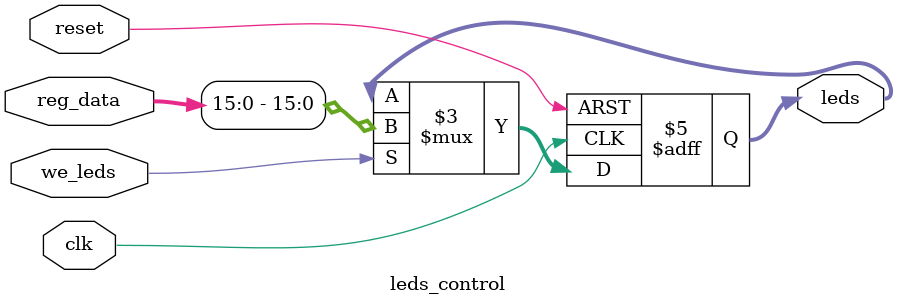
<source format=sv>


module leds_control (
    input logic clk,
    input logic reset,
    input logic we_leds,
    input logic [31:0] reg_data,
    output logic [15:0] leds
);
    // Inicializa los LEDs en 0
    initial begin
        leds = 16'b0;
    end
    
    
    // Lógica secuencial para los LEDs
    always_ff @(posedge clk or posedge reset) begin
        if (reset) begin
            leds <= 16'b0;  // Si reset está activo, los LEDs se ponen a 0
        end else if (we_leds) begin
            leds <= reg_data[15:0];  // Si we_leds está activo, los LEDs toman el valor de los 16 bits menos significativos del registro
        end
    end

endmodule

</source>
